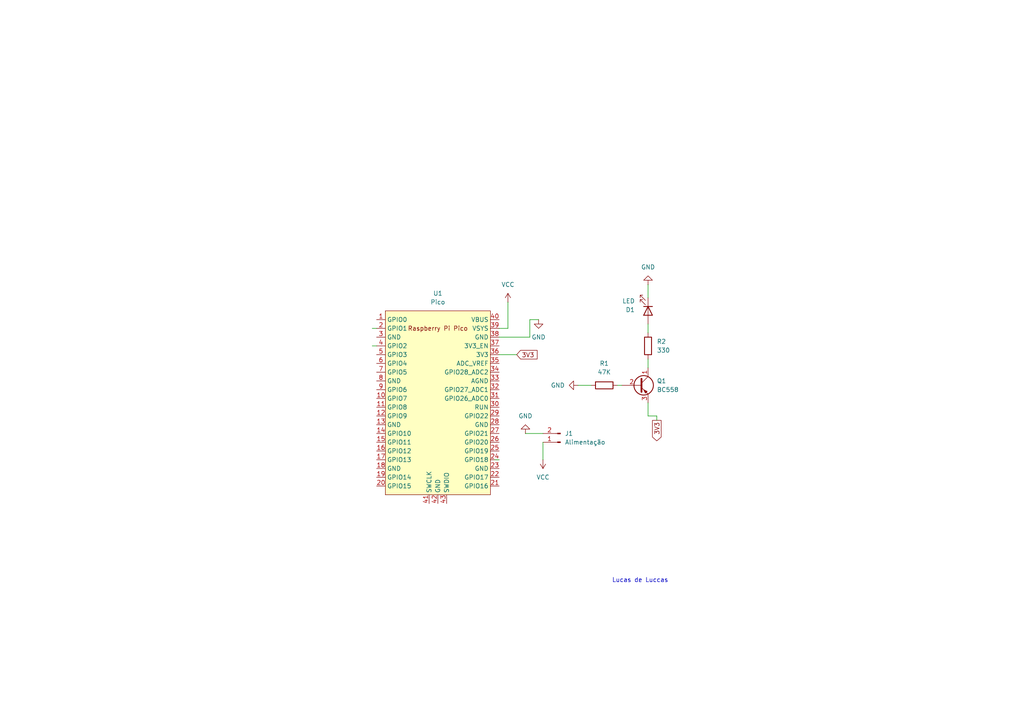
<source format=kicad_sch>
(kicad_sch
	(version 20231120)
	(generator "eeschema")
	(generator_version "8.0")
	(uuid "881b1b23-bab1-4729-a2d3-5368ce37b008")
	(paper "A4")
	(lib_symbols
		(symbol "Connector:Conn_01x02_Pin"
			(pin_names
				(offset 1.016) hide)
			(exclude_from_sim no)
			(in_bom yes)
			(on_board yes)
			(property "Reference" "J"
				(at 0 2.54 0)
				(effects
					(font
						(size 1.27 1.27)
					)
				)
			)
			(property "Value" "Conn_01x02_Pin"
				(at 0 -5.08 0)
				(effects
					(font
						(size 1.27 1.27)
					)
				)
			)
			(property "Footprint" ""
				(at 0 0 0)
				(effects
					(font
						(size 1.27 1.27)
					)
					(hide yes)
				)
			)
			(property "Datasheet" "~"
				(at 0 0 0)
				(effects
					(font
						(size 1.27 1.27)
					)
					(hide yes)
				)
			)
			(property "Description" "Generic connector, single row, 01x02, script generated"
				(at 0 0 0)
				(effects
					(font
						(size 1.27 1.27)
					)
					(hide yes)
				)
			)
			(property "ki_locked" ""
				(at 0 0 0)
				(effects
					(font
						(size 1.27 1.27)
					)
				)
			)
			(property "ki_keywords" "connector"
				(at 0 0 0)
				(effects
					(font
						(size 1.27 1.27)
					)
					(hide yes)
				)
			)
			(property "ki_fp_filters" "Connector*:*_1x??_*"
				(at 0 0 0)
				(effects
					(font
						(size 1.27 1.27)
					)
					(hide yes)
				)
			)
			(symbol "Conn_01x02_Pin_1_1"
				(polyline
					(pts
						(xy 1.27 -2.54) (xy 0.8636 -2.54)
					)
					(stroke
						(width 0.1524)
						(type default)
					)
					(fill
						(type none)
					)
				)
				(polyline
					(pts
						(xy 1.27 0) (xy 0.8636 0)
					)
					(stroke
						(width 0.1524)
						(type default)
					)
					(fill
						(type none)
					)
				)
				(rectangle
					(start 0.8636 -2.413)
					(end 0 -2.667)
					(stroke
						(width 0.1524)
						(type default)
					)
					(fill
						(type outline)
					)
				)
				(rectangle
					(start 0.8636 0.127)
					(end 0 -0.127)
					(stroke
						(width 0.1524)
						(type default)
					)
					(fill
						(type outline)
					)
				)
				(pin passive line
					(at 5.08 0 180)
					(length 3.81)
					(name "Pin_1"
						(effects
							(font
								(size 1.27 1.27)
							)
						)
					)
					(number "1"
						(effects
							(font
								(size 1.27 1.27)
							)
						)
					)
				)
				(pin passive line
					(at 5.08 -2.54 180)
					(length 3.81)
					(name "Pin_2"
						(effects
							(font
								(size 1.27 1.27)
							)
						)
					)
					(number "2"
						(effects
							(font
								(size 1.27 1.27)
							)
						)
					)
				)
			)
		)
		(symbol "Device:LED"
			(pin_numbers hide)
			(pin_names
				(offset 1.016) hide)
			(exclude_from_sim no)
			(in_bom yes)
			(on_board yes)
			(property "Reference" "D"
				(at 0 2.54 0)
				(effects
					(font
						(size 1.27 1.27)
					)
				)
			)
			(property "Value" "LED"
				(at 0 -2.54 0)
				(effects
					(font
						(size 1.27 1.27)
					)
				)
			)
			(property "Footprint" ""
				(at 0 0 0)
				(effects
					(font
						(size 1.27 1.27)
					)
					(hide yes)
				)
			)
			(property "Datasheet" "~"
				(at 0 0 0)
				(effects
					(font
						(size 1.27 1.27)
					)
					(hide yes)
				)
			)
			(property "Description" "Light emitting diode"
				(at 0 0 0)
				(effects
					(font
						(size 1.27 1.27)
					)
					(hide yes)
				)
			)
			(property "ki_keywords" "LED diode"
				(at 0 0 0)
				(effects
					(font
						(size 1.27 1.27)
					)
					(hide yes)
				)
			)
			(property "ki_fp_filters" "LED* LED_SMD:* LED_THT:*"
				(at 0 0 0)
				(effects
					(font
						(size 1.27 1.27)
					)
					(hide yes)
				)
			)
			(symbol "LED_0_1"
				(polyline
					(pts
						(xy -1.27 -1.27) (xy -1.27 1.27)
					)
					(stroke
						(width 0.254)
						(type default)
					)
					(fill
						(type none)
					)
				)
				(polyline
					(pts
						(xy -1.27 0) (xy 1.27 0)
					)
					(stroke
						(width 0)
						(type default)
					)
					(fill
						(type none)
					)
				)
				(polyline
					(pts
						(xy 1.27 -1.27) (xy 1.27 1.27) (xy -1.27 0) (xy 1.27 -1.27)
					)
					(stroke
						(width 0.254)
						(type default)
					)
					(fill
						(type none)
					)
				)
				(polyline
					(pts
						(xy -3.048 -0.762) (xy -4.572 -2.286) (xy -3.81 -2.286) (xy -4.572 -2.286) (xy -4.572 -1.524)
					)
					(stroke
						(width 0)
						(type default)
					)
					(fill
						(type none)
					)
				)
				(polyline
					(pts
						(xy -1.778 -0.762) (xy -3.302 -2.286) (xy -2.54 -2.286) (xy -3.302 -2.286) (xy -3.302 -1.524)
					)
					(stroke
						(width 0)
						(type default)
					)
					(fill
						(type none)
					)
				)
			)
			(symbol "LED_1_1"
				(pin passive line
					(at -3.81 0 0)
					(length 2.54)
					(name "K"
						(effects
							(font
								(size 1.27 1.27)
							)
						)
					)
					(number "1"
						(effects
							(font
								(size 1.27 1.27)
							)
						)
					)
				)
				(pin passive line
					(at 3.81 0 180)
					(length 2.54)
					(name "A"
						(effects
							(font
								(size 1.27 1.27)
							)
						)
					)
					(number "2"
						(effects
							(font
								(size 1.27 1.27)
							)
						)
					)
				)
			)
		)
		(symbol "Device:R"
			(pin_numbers hide)
			(pin_names
				(offset 0)
			)
			(exclude_from_sim no)
			(in_bom yes)
			(on_board yes)
			(property "Reference" "R"
				(at 2.032 0 90)
				(effects
					(font
						(size 1.27 1.27)
					)
				)
			)
			(property "Value" "R"
				(at 0 0 90)
				(effects
					(font
						(size 1.27 1.27)
					)
				)
			)
			(property "Footprint" ""
				(at -1.778 0 90)
				(effects
					(font
						(size 1.27 1.27)
					)
					(hide yes)
				)
			)
			(property "Datasheet" "~"
				(at 0 0 0)
				(effects
					(font
						(size 1.27 1.27)
					)
					(hide yes)
				)
			)
			(property "Description" "Resistor"
				(at 0 0 0)
				(effects
					(font
						(size 1.27 1.27)
					)
					(hide yes)
				)
			)
			(property "ki_keywords" "R res resistor"
				(at 0 0 0)
				(effects
					(font
						(size 1.27 1.27)
					)
					(hide yes)
				)
			)
			(property "ki_fp_filters" "R_*"
				(at 0 0 0)
				(effects
					(font
						(size 1.27 1.27)
					)
					(hide yes)
				)
			)
			(symbol "R_0_1"
				(rectangle
					(start -1.016 -2.54)
					(end 1.016 2.54)
					(stroke
						(width 0.254)
						(type default)
					)
					(fill
						(type none)
					)
				)
			)
			(symbol "R_1_1"
				(pin passive line
					(at 0 3.81 270)
					(length 1.27)
					(name "~"
						(effects
							(font
								(size 1.27 1.27)
							)
						)
					)
					(number "1"
						(effects
							(font
								(size 1.27 1.27)
							)
						)
					)
				)
				(pin passive line
					(at 0 -3.81 90)
					(length 1.27)
					(name "~"
						(effects
							(font
								(size 1.27 1.27)
							)
						)
					)
					(number "2"
						(effects
							(font
								(size 1.27 1.27)
							)
						)
					)
				)
			)
		)
		(symbol "MCU_RaspberryPi_and_Boards:Pico"
			(exclude_from_sim no)
			(in_bom yes)
			(on_board yes)
			(property "Reference" "U"
				(at -13.97 27.94 0)
				(effects
					(font
						(size 1.27 1.27)
					)
				)
			)
			(property "Value" "Pico"
				(at 0 19.05 0)
				(effects
					(font
						(size 1.27 1.27)
					)
				)
			)
			(property "Footprint" "RPi_Pico:RPi_Pico_SMD_TH"
				(at 0 0 90)
				(effects
					(font
						(size 1.27 1.27)
					)
					(hide yes)
				)
			)
			(property "Datasheet" ""
				(at 0 0 0)
				(effects
					(font
						(size 1.27 1.27)
					)
					(hide yes)
				)
			)
			(property "Description" ""
				(at 0 0 0)
				(effects
					(font
						(size 1.27 1.27)
					)
					(hide yes)
				)
			)
			(symbol "Pico_0_0"
				(text "Raspberry Pi Pico"
					(at 0 21.59 0)
					(effects
						(font
							(size 1.27 1.27)
						)
					)
				)
			)
			(symbol "Pico_0_1"
				(rectangle
					(start -15.24 26.67)
					(end 15.24 -26.67)
					(stroke
						(width 0)
						(type default)
					)
					(fill
						(type background)
					)
				)
			)
			(symbol "Pico_1_1"
				(pin bidirectional line
					(at -17.78 24.13 0)
					(length 2.54)
					(name "GPIO0"
						(effects
							(font
								(size 1.27 1.27)
							)
						)
					)
					(number "1"
						(effects
							(font
								(size 1.27 1.27)
							)
						)
					)
				)
				(pin bidirectional line
					(at -17.78 1.27 0)
					(length 2.54)
					(name "GPIO7"
						(effects
							(font
								(size 1.27 1.27)
							)
						)
					)
					(number "10"
						(effects
							(font
								(size 1.27 1.27)
							)
						)
					)
				)
				(pin bidirectional line
					(at -17.78 -1.27 0)
					(length 2.54)
					(name "GPIO8"
						(effects
							(font
								(size 1.27 1.27)
							)
						)
					)
					(number "11"
						(effects
							(font
								(size 1.27 1.27)
							)
						)
					)
				)
				(pin bidirectional line
					(at -17.78 -3.81 0)
					(length 2.54)
					(name "GPIO9"
						(effects
							(font
								(size 1.27 1.27)
							)
						)
					)
					(number "12"
						(effects
							(font
								(size 1.27 1.27)
							)
						)
					)
				)
				(pin power_in line
					(at -17.78 -6.35 0)
					(length 2.54)
					(name "GND"
						(effects
							(font
								(size 1.27 1.27)
							)
						)
					)
					(number "13"
						(effects
							(font
								(size 1.27 1.27)
							)
						)
					)
				)
				(pin bidirectional line
					(at -17.78 -8.89 0)
					(length 2.54)
					(name "GPIO10"
						(effects
							(font
								(size 1.27 1.27)
							)
						)
					)
					(number "14"
						(effects
							(font
								(size 1.27 1.27)
							)
						)
					)
				)
				(pin bidirectional line
					(at -17.78 -11.43 0)
					(length 2.54)
					(name "GPIO11"
						(effects
							(font
								(size 1.27 1.27)
							)
						)
					)
					(number "15"
						(effects
							(font
								(size 1.27 1.27)
							)
						)
					)
				)
				(pin bidirectional line
					(at -17.78 -13.97 0)
					(length 2.54)
					(name "GPIO12"
						(effects
							(font
								(size 1.27 1.27)
							)
						)
					)
					(number "16"
						(effects
							(font
								(size 1.27 1.27)
							)
						)
					)
				)
				(pin bidirectional line
					(at -17.78 -16.51 0)
					(length 2.54)
					(name "GPIO13"
						(effects
							(font
								(size 1.27 1.27)
							)
						)
					)
					(number "17"
						(effects
							(font
								(size 1.27 1.27)
							)
						)
					)
				)
				(pin power_in line
					(at -17.78 -19.05 0)
					(length 2.54)
					(name "GND"
						(effects
							(font
								(size 1.27 1.27)
							)
						)
					)
					(number "18"
						(effects
							(font
								(size 1.27 1.27)
							)
						)
					)
				)
				(pin bidirectional line
					(at -17.78 -21.59 0)
					(length 2.54)
					(name "GPIO14"
						(effects
							(font
								(size 1.27 1.27)
							)
						)
					)
					(number "19"
						(effects
							(font
								(size 1.27 1.27)
							)
						)
					)
				)
				(pin bidirectional line
					(at -17.78 21.59 0)
					(length 2.54)
					(name "GPIO1"
						(effects
							(font
								(size 1.27 1.27)
							)
						)
					)
					(number "2"
						(effects
							(font
								(size 1.27 1.27)
							)
						)
					)
				)
				(pin bidirectional line
					(at -17.78 -24.13 0)
					(length 2.54)
					(name "GPIO15"
						(effects
							(font
								(size 1.27 1.27)
							)
						)
					)
					(number "20"
						(effects
							(font
								(size 1.27 1.27)
							)
						)
					)
				)
				(pin bidirectional line
					(at 17.78 -24.13 180)
					(length 2.54)
					(name "GPIO16"
						(effects
							(font
								(size 1.27 1.27)
							)
						)
					)
					(number "21"
						(effects
							(font
								(size 1.27 1.27)
							)
						)
					)
				)
				(pin bidirectional line
					(at 17.78 -21.59 180)
					(length 2.54)
					(name "GPIO17"
						(effects
							(font
								(size 1.27 1.27)
							)
						)
					)
					(number "22"
						(effects
							(font
								(size 1.27 1.27)
							)
						)
					)
				)
				(pin power_in line
					(at 17.78 -19.05 180)
					(length 2.54)
					(name "GND"
						(effects
							(font
								(size 1.27 1.27)
							)
						)
					)
					(number "23"
						(effects
							(font
								(size 1.27 1.27)
							)
						)
					)
				)
				(pin bidirectional line
					(at 17.78 -16.51 180)
					(length 2.54)
					(name "GPIO18"
						(effects
							(font
								(size 1.27 1.27)
							)
						)
					)
					(number "24"
						(effects
							(font
								(size 1.27 1.27)
							)
						)
					)
				)
				(pin bidirectional line
					(at 17.78 -13.97 180)
					(length 2.54)
					(name "GPIO19"
						(effects
							(font
								(size 1.27 1.27)
							)
						)
					)
					(number "25"
						(effects
							(font
								(size 1.27 1.27)
							)
						)
					)
				)
				(pin bidirectional line
					(at 17.78 -11.43 180)
					(length 2.54)
					(name "GPIO20"
						(effects
							(font
								(size 1.27 1.27)
							)
						)
					)
					(number "26"
						(effects
							(font
								(size 1.27 1.27)
							)
						)
					)
				)
				(pin bidirectional line
					(at 17.78 -8.89 180)
					(length 2.54)
					(name "GPIO21"
						(effects
							(font
								(size 1.27 1.27)
							)
						)
					)
					(number "27"
						(effects
							(font
								(size 1.27 1.27)
							)
						)
					)
				)
				(pin power_in line
					(at 17.78 -6.35 180)
					(length 2.54)
					(name "GND"
						(effects
							(font
								(size 1.27 1.27)
							)
						)
					)
					(number "28"
						(effects
							(font
								(size 1.27 1.27)
							)
						)
					)
				)
				(pin bidirectional line
					(at 17.78 -3.81 180)
					(length 2.54)
					(name "GPIO22"
						(effects
							(font
								(size 1.27 1.27)
							)
						)
					)
					(number "29"
						(effects
							(font
								(size 1.27 1.27)
							)
						)
					)
				)
				(pin power_in line
					(at -17.78 19.05 0)
					(length 2.54)
					(name "GND"
						(effects
							(font
								(size 1.27 1.27)
							)
						)
					)
					(number "3"
						(effects
							(font
								(size 1.27 1.27)
							)
						)
					)
				)
				(pin input line
					(at 17.78 -1.27 180)
					(length 2.54)
					(name "RUN"
						(effects
							(font
								(size 1.27 1.27)
							)
						)
					)
					(number "30"
						(effects
							(font
								(size 1.27 1.27)
							)
						)
					)
				)
				(pin bidirectional line
					(at 17.78 1.27 180)
					(length 2.54)
					(name "GPIO26_ADC0"
						(effects
							(font
								(size 1.27 1.27)
							)
						)
					)
					(number "31"
						(effects
							(font
								(size 1.27 1.27)
							)
						)
					)
				)
				(pin bidirectional line
					(at 17.78 3.81 180)
					(length 2.54)
					(name "GPIO27_ADC1"
						(effects
							(font
								(size 1.27 1.27)
							)
						)
					)
					(number "32"
						(effects
							(font
								(size 1.27 1.27)
							)
						)
					)
				)
				(pin power_in line
					(at 17.78 6.35 180)
					(length 2.54)
					(name "AGND"
						(effects
							(font
								(size 1.27 1.27)
							)
						)
					)
					(number "33"
						(effects
							(font
								(size 1.27 1.27)
							)
						)
					)
				)
				(pin bidirectional line
					(at 17.78 8.89 180)
					(length 2.54)
					(name "GPIO28_ADC2"
						(effects
							(font
								(size 1.27 1.27)
							)
						)
					)
					(number "34"
						(effects
							(font
								(size 1.27 1.27)
							)
						)
					)
				)
				(pin power_in line
					(at 17.78 11.43 180)
					(length 2.54)
					(name "ADC_VREF"
						(effects
							(font
								(size 1.27 1.27)
							)
						)
					)
					(number "35"
						(effects
							(font
								(size 1.27 1.27)
							)
						)
					)
				)
				(pin power_in line
					(at 17.78 13.97 180)
					(length 2.54)
					(name "3V3"
						(effects
							(font
								(size 1.27 1.27)
							)
						)
					)
					(number "36"
						(effects
							(font
								(size 1.27 1.27)
							)
						)
					)
				)
				(pin input line
					(at 17.78 16.51 180)
					(length 2.54)
					(name "3V3_EN"
						(effects
							(font
								(size 1.27 1.27)
							)
						)
					)
					(number "37"
						(effects
							(font
								(size 1.27 1.27)
							)
						)
					)
				)
				(pin bidirectional line
					(at 17.78 19.05 180)
					(length 2.54)
					(name "GND"
						(effects
							(font
								(size 1.27 1.27)
							)
						)
					)
					(number "38"
						(effects
							(font
								(size 1.27 1.27)
							)
						)
					)
				)
				(pin power_in line
					(at 17.78 21.59 180)
					(length 2.54)
					(name "VSYS"
						(effects
							(font
								(size 1.27 1.27)
							)
						)
					)
					(number "39"
						(effects
							(font
								(size 1.27 1.27)
							)
						)
					)
				)
				(pin bidirectional line
					(at -17.78 16.51 0)
					(length 2.54)
					(name "GPIO2"
						(effects
							(font
								(size 1.27 1.27)
							)
						)
					)
					(number "4"
						(effects
							(font
								(size 1.27 1.27)
							)
						)
					)
				)
				(pin power_in line
					(at 17.78 24.13 180)
					(length 2.54)
					(name "VBUS"
						(effects
							(font
								(size 1.27 1.27)
							)
						)
					)
					(number "40"
						(effects
							(font
								(size 1.27 1.27)
							)
						)
					)
				)
				(pin input line
					(at -2.54 -29.21 90)
					(length 2.54)
					(name "SWCLK"
						(effects
							(font
								(size 1.27 1.27)
							)
						)
					)
					(number "41"
						(effects
							(font
								(size 1.27 1.27)
							)
						)
					)
				)
				(pin power_in line
					(at 0 -29.21 90)
					(length 2.54)
					(name "GND"
						(effects
							(font
								(size 1.27 1.27)
							)
						)
					)
					(number "42"
						(effects
							(font
								(size 1.27 1.27)
							)
						)
					)
				)
				(pin bidirectional line
					(at 2.54 -29.21 90)
					(length 2.54)
					(name "SWDIO"
						(effects
							(font
								(size 1.27 1.27)
							)
						)
					)
					(number "43"
						(effects
							(font
								(size 1.27 1.27)
							)
						)
					)
				)
				(pin bidirectional line
					(at -17.78 13.97 0)
					(length 2.54)
					(name "GPIO3"
						(effects
							(font
								(size 1.27 1.27)
							)
						)
					)
					(number "5"
						(effects
							(font
								(size 1.27 1.27)
							)
						)
					)
				)
				(pin bidirectional line
					(at -17.78 11.43 0)
					(length 2.54)
					(name "GPIO4"
						(effects
							(font
								(size 1.27 1.27)
							)
						)
					)
					(number "6"
						(effects
							(font
								(size 1.27 1.27)
							)
						)
					)
				)
				(pin bidirectional line
					(at -17.78 8.89 0)
					(length 2.54)
					(name "GPIO5"
						(effects
							(font
								(size 1.27 1.27)
							)
						)
					)
					(number "7"
						(effects
							(font
								(size 1.27 1.27)
							)
						)
					)
				)
				(pin power_in line
					(at -17.78 6.35 0)
					(length 2.54)
					(name "GND"
						(effects
							(font
								(size 1.27 1.27)
							)
						)
					)
					(number "8"
						(effects
							(font
								(size 1.27 1.27)
							)
						)
					)
				)
				(pin bidirectional line
					(at -17.78 3.81 0)
					(length 2.54)
					(name "GPIO6"
						(effects
							(font
								(size 1.27 1.27)
							)
						)
					)
					(number "9"
						(effects
							(font
								(size 1.27 1.27)
							)
						)
					)
				)
			)
		)
		(symbol "Transistor_BJT:BC558"
			(pin_names
				(offset 0) hide)
			(exclude_from_sim no)
			(in_bom yes)
			(on_board yes)
			(property "Reference" "Q"
				(at 5.08 1.905 0)
				(effects
					(font
						(size 1.27 1.27)
					)
					(justify left)
				)
			)
			(property "Value" "BC558"
				(at 5.08 0 0)
				(effects
					(font
						(size 1.27 1.27)
					)
					(justify left)
				)
			)
			(property "Footprint" "Package_TO_SOT_THT:TO-92_Inline"
				(at 5.08 -1.905 0)
				(effects
					(font
						(size 1.27 1.27)
						(italic yes)
					)
					(justify left)
					(hide yes)
				)
			)
			(property "Datasheet" "https://www.onsemi.com/pub/Collateral/BC556BTA-D.pdf"
				(at 0 0 0)
				(effects
					(font
						(size 1.27 1.27)
					)
					(justify left)
					(hide yes)
				)
			)
			(property "Description" "0.1A Ic, 30V Vce, PNP Small Signal Transistor, TO-92"
				(at 0 0 0)
				(effects
					(font
						(size 1.27 1.27)
					)
					(hide yes)
				)
			)
			(property "ki_keywords" "PNP Transistor"
				(at 0 0 0)
				(effects
					(font
						(size 1.27 1.27)
					)
					(hide yes)
				)
			)
			(property "ki_fp_filters" "TO?92*"
				(at 0 0 0)
				(effects
					(font
						(size 1.27 1.27)
					)
					(hide yes)
				)
			)
			(symbol "BC558_0_1"
				(polyline
					(pts
						(xy 0.635 0.635) (xy 2.54 2.54)
					)
					(stroke
						(width 0)
						(type default)
					)
					(fill
						(type none)
					)
				)
				(polyline
					(pts
						(xy 0.635 -0.635) (xy 2.54 -2.54) (xy 2.54 -2.54)
					)
					(stroke
						(width 0)
						(type default)
					)
					(fill
						(type none)
					)
				)
				(polyline
					(pts
						(xy 0.635 1.905) (xy 0.635 -1.905) (xy 0.635 -1.905)
					)
					(stroke
						(width 0.508)
						(type default)
					)
					(fill
						(type none)
					)
				)
				(polyline
					(pts
						(xy 2.286 -1.778) (xy 1.778 -2.286) (xy 1.27 -1.27) (xy 2.286 -1.778) (xy 2.286 -1.778)
					)
					(stroke
						(width 0)
						(type default)
					)
					(fill
						(type outline)
					)
				)
				(circle
					(center 1.27 0)
					(radius 2.8194)
					(stroke
						(width 0.254)
						(type default)
					)
					(fill
						(type none)
					)
				)
			)
			(symbol "BC558_1_1"
				(pin passive line
					(at 2.54 5.08 270)
					(length 2.54)
					(name "C"
						(effects
							(font
								(size 1.27 1.27)
							)
						)
					)
					(number "1"
						(effects
							(font
								(size 1.27 1.27)
							)
						)
					)
				)
				(pin input line
					(at -5.08 0 0)
					(length 5.715)
					(name "B"
						(effects
							(font
								(size 1.27 1.27)
							)
						)
					)
					(number "2"
						(effects
							(font
								(size 1.27 1.27)
							)
						)
					)
				)
				(pin passive line
					(at 2.54 -5.08 90)
					(length 2.54)
					(name "E"
						(effects
							(font
								(size 1.27 1.27)
							)
						)
					)
					(number "3"
						(effects
							(font
								(size 1.27 1.27)
							)
						)
					)
				)
			)
		)
		(symbol "power:GND"
			(power)
			(pin_numbers hide)
			(pin_names
				(offset 0) hide)
			(exclude_from_sim no)
			(in_bom yes)
			(on_board yes)
			(property "Reference" "#PWR"
				(at 0 -6.35 0)
				(effects
					(font
						(size 1.27 1.27)
					)
					(hide yes)
				)
			)
			(property "Value" "GND"
				(at 0 -3.81 0)
				(effects
					(font
						(size 1.27 1.27)
					)
				)
			)
			(property "Footprint" ""
				(at 0 0 0)
				(effects
					(font
						(size 1.27 1.27)
					)
					(hide yes)
				)
			)
			(property "Datasheet" ""
				(at 0 0 0)
				(effects
					(font
						(size 1.27 1.27)
					)
					(hide yes)
				)
			)
			(property "Description" "Power symbol creates a global label with name \"GND\" , ground"
				(at 0 0 0)
				(effects
					(font
						(size 1.27 1.27)
					)
					(hide yes)
				)
			)
			(property "ki_keywords" "global power"
				(at 0 0 0)
				(effects
					(font
						(size 1.27 1.27)
					)
					(hide yes)
				)
			)
			(symbol "GND_0_1"
				(polyline
					(pts
						(xy 0 0) (xy 0 -1.27) (xy 1.27 -1.27) (xy 0 -2.54) (xy -1.27 -1.27) (xy 0 -1.27)
					)
					(stroke
						(width 0)
						(type default)
					)
					(fill
						(type none)
					)
				)
			)
			(symbol "GND_1_1"
				(pin power_in line
					(at 0 0 270)
					(length 0)
					(name "~"
						(effects
							(font
								(size 1.27 1.27)
							)
						)
					)
					(number "1"
						(effects
							(font
								(size 1.27 1.27)
							)
						)
					)
				)
			)
		)
		(symbol "power:VCC"
			(power)
			(pin_numbers hide)
			(pin_names
				(offset 0) hide)
			(exclude_from_sim no)
			(in_bom yes)
			(on_board yes)
			(property "Reference" "#PWR"
				(at 0 -3.81 0)
				(effects
					(font
						(size 1.27 1.27)
					)
					(hide yes)
				)
			)
			(property "Value" "VCC"
				(at 0 3.556 0)
				(effects
					(font
						(size 1.27 1.27)
					)
				)
			)
			(property "Footprint" ""
				(at 0 0 0)
				(effects
					(font
						(size 1.27 1.27)
					)
					(hide yes)
				)
			)
			(property "Datasheet" ""
				(at 0 0 0)
				(effects
					(font
						(size 1.27 1.27)
					)
					(hide yes)
				)
			)
			(property "Description" "Power symbol creates a global label with name \"VCC\""
				(at 0 0 0)
				(effects
					(font
						(size 1.27 1.27)
					)
					(hide yes)
				)
			)
			(property "ki_keywords" "global power"
				(at 0 0 0)
				(effects
					(font
						(size 1.27 1.27)
					)
					(hide yes)
				)
			)
			(symbol "VCC_0_1"
				(polyline
					(pts
						(xy -0.762 1.27) (xy 0 2.54)
					)
					(stroke
						(width 0)
						(type default)
					)
					(fill
						(type none)
					)
				)
				(polyline
					(pts
						(xy 0 0) (xy 0 2.54)
					)
					(stroke
						(width 0)
						(type default)
					)
					(fill
						(type none)
					)
				)
				(polyline
					(pts
						(xy 0 2.54) (xy 0.762 1.27)
					)
					(stroke
						(width 0)
						(type default)
					)
					(fill
						(type none)
					)
				)
			)
			(symbol "VCC_1_1"
				(pin power_in line
					(at 0 0 90)
					(length 0)
					(name "~"
						(effects
							(font
								(size 1.27 1.27)
							)
						)
					)
					(number "1"
						(effects
							(font
								(size 1.27 1.27)
							)
						)
					)
				)
			)
		)
	)
	(wire
		(pts
			(xy 190.5 120.65) (xy 187.96 120.65)
		)
		(stroke
			(width 0)
			(type default)
		)
		(uuid "067ad236-4227-41d4-8d53-350ced8897b1")
	)
	(wire
		(pts
			(xy 107.95 95.25) (xy 109.22 95.25)
		)
		(stroke
			(width 0)
			(type default)
		)
		(uuid "130faddf-7a4b-4754-be68-adb6c29264ac")
	)
	(wire
		(pts
			(xy 144.78 133.35) (xy 143.51 133.35)
		)
		(stroke
			(width 0)
			(type default)
		)
		(uuid "2f480fba-93f8-47f7-a23b-66359344333b")
	)
	(wire
		(pts
			(xy 153.67 97.79) (xy 144.78 97.79)
		)
		(stroke
			(width 0)
			(type default)
		)
		(uuid "37fbd850-62bd-474c-bc03-1e33b95eb5f6")
	)
	(wire
		(pts
			(xy 167.64 111.76) (xy 171.45 111.76)
		)
		(stroke
			(width 0)
			(type default)
		)
		(uuid "482091f2-e41e-4a44-9ff2-20e1df2c39b5")
	)
	(wire
		(pts
			(xy 187.96 82.55) (xy 187.96 86.36)
		)
		(stroke
			(width 0)
			(type default)
		)
		(uuid "54b94833-d877-422a-af13-21af5440ea8d")
	)
	(wire
		(pts
			(xy 107.95 100.33) (xy 109.22 100.33)
		)
		(stroke
			(width 0)
			(type default)
		)
		(uuid "7070ac68-3835-4440-a468-89a2294e7fff")
	)
	(wire
		(pts
			(xy 147.32 95.25) (xy 147.32 87.63)
		)
		(stroke
			(width 0)
			(type default)
		)
		(uuid "7ee846e4-ca6d-4451-9997-0495fc2cfa59")
	)
	(wire
		(pts
			(xy 152.4 125.73) (xy 157.48 125.73)
		)
		(stroke
			(width 0)
			(type default)
		)
		(uuid "7fa4bb0e-367d-4330-9f55-201dd2eaf6f7")
	)
	(wire
		(pts
			(xy 153.67 92.71) (xy 156.21 92.71)
		)
		(stroke
			(width 0)
			(type default)
		)
		(uuid "8eb189bd-5b35-45b1-a42a-40331202885a")
	)
	(wire
		(pts
			(xy 187.96 104.14) (xy 187.96 106.68)
		)
		(stroke
			(width 0)
			(type default)
		)
		(uuid "a1fdf07d-a425-4cca-8f08-ea8c41213a16")
	)
	(wire
		(pts
			(xy 190.5 121.92) (xy 190.5 120.65)
		)
		(stroke
			(width 0)
			(type default)
		)
		(uuid "ba9ac3e5-e456-4f70-a957-2bb89d1c4dea")
	)
	(wire
		(pts
			(xy 144.78 102.87) (xy 149.86 102.87)
		)
		(stroke
			(width 0)
			(type default)
		)
		(uuid "be6100e2-645f-4da7-a05f-c4f7bd3cc4c3")
	)
	(wire
		(pts
			(xy 153.67 92.71) (xy 153.67 97.79)
		)
		(stroke
			(width 0)
			(type default)
		)
		(uuid "c62f57b8-0616-41a9-bef7-c26942cf54c0")
	)
	(wire
		(pts
			(xy 187.96 120.65) (xy 187.96 116.84)
		)
		(stroke
			(width 0)
			(type default)
		)
		(uuid "cab19afe-90fd-4b2f-85ff-31851313c78e")
	)
	(wire
		(pts
			(xy 157.48 128.27) (xy 157.48 133.35)
		)
		(stroke
			(width 0)
			(type default)
		)
		(uuid "d1ff80b0-37f4-461c-baa0-24d50eb64bbc")
	)
	(wire
		(pts
			(xy 187.96 93.98) (xy 187.96 96.52)
		)
		(stroke
			(width 0)
			(type default)
		)
		(uuid "d2d959f3-2dbb-455f-8588-629c25afefc7")
	)
	(wire
		(pts
			(xy 179.07 111.76) (xy 180.34 111.76)
		)
		(stroke
			(width 0)
			(type default)
		)
		(uuid "f0eefa72-e3ff-4350-a9ea-52a7ec192dd9")
	)
	(wire
		(pts
			(xy 144.78 95.25) (xy 147.32 95.25)
		)
		(stroke
			(width 0)
			(type default)
		)
		(uuid "f6ca08ca-d302-4476-9463-a1a09bae5c58")
	)
	(text "Lucas de Luccas"
		(exclude_from_sim no)
		(at 185.674 168.402 0)
		(effects
			(font
				(size 1.27 1.27)
			)
		)
		(uuid "ddaea124-8891-44c1-83a0-89f4061e8809")
	)
	(global_label "3V3"
		(shape input)
		(at 149.86 102.87 0)
		(fields_autoplaced yes)
		(effects
			(font
				(size 1.27 1.27)
			)
			(justify left)
		)
		(uuid "86a042f3-4a2b-4a70-904b-3daab021667d")
		(property "Intersheetrefs" "${INTERSHEET_REFS}"
			(at 156.3528 102.87 0)
			(effects
				(font
					(size 1.27 1.27)
				)
				(justify left)
				(hide yes)
			)
		)
	)
	(global_label "3V3"
		(shape output)
		(at 190.5 121.92 270)
		(fields_autoplaced yes)
		(effects
			(font
				(size 1.27 1.27)
			)
			(justify right)
		)
		(uuid "ccd9a649-fa9d-4fcf-940e-e19d1eb89d93")
		(property "Intersheetrefs" "${INTERSHEET_REFS}"
			(at 190.5 128.4128 90)
			(effects
				(font
					(size 1.27 1.27)
				)
				(justify right)
				(hide yes)
			)
		)
	)
	(symbol
		(lib_id "power:VCC")
		(at 157.48 133.35 180)
		(unit 1)
		(exclude_from_sim no)
		(in_bom yes)
		(on_board yes)
		(dnp no)
		(fields_autoplaced yes)
		(uuid "07d0eb05-8b64-4eed-8925-504f7d2080c9")
		(property "Reference" "#PWR05"
			(at 157.48 129.54 0)
			(effects
				(font
					(size 1.27 1.27)
				)
				(hide yes)
			)
		)
		(property "Value" "VCC"
			(at 157.48 138.43 0)
			(effects
				(font
					(size 1.27 1.27)
				)
			)
		)
		(property "Footprint" ""
			(at 157.48 133.35 0)
			(effects
				(font
					(size 1.27 1.27)
				)
				(hide yes)
			)
		)
		(property "Datasheet" ""
			(at 157.48 133.35 0)
			(effects
				(font
					(size 1.27 1.27)
				)
				(hide yes)
			)
		)
		(property "Description" "Power symbol creates a global label with name \"VCC\""
			(at 157.48 133.35 0)
			(effects
				(font
					(size 1.27 1.27)
				)
				(hide yes)
			)
		)
		(pin "1"
			(uuid "4a8caa2d-f0f0-410b-bcb3-fa7c243e7630")
		)
		(instances
			(project "AtvPonderadaSem6"
				(path "/881b1b23-bab1-4729-a2d3-5368ce37b008"
					(reference "#PWR05")
					(unit 1)
				)
			)
		)
	)
	(symbol
		(lib_id "MCU_RaspberryPi_and_Boards:Pico")
		(at 127 116.84 0)
		(unit 1)
		(exclude_from_sim no)
		(in_bom yes)
		(on_board yes)
		(dnp no)
		(fields_autoplaced yes)
		(uuid "2b6448d0-df48-4e97-84a3-ea94e9b8ba2f")
		(property "Reference" "U1"
			(at 127 85.09 0)
			(effects
				(font
					(size 1.27 1.27)
				)
			)
		)
		(property "Value" "Pico"
			(at 127 87.63 0)
			(effects
				(font
					(size 1.27 1.27)
				)
			)
		)
		(property "Footprint" "MCU_RaspberryPi_and_Boards:RPi_Pico_SMD_TH"
			(at 127 116.84 90)
			(effects
				(font
					(size 1.27 1.27)
				)
				(hide yes)
			)
		)
		(property "Datasheet" ""
			(at 127 116.84 0)
			(effects
				(font
					(size 1.27 1.27)
				)
				(hide yes)
			)
		)
		(property "Description" ""
			(at 127 116.84 0)
			(effects
				(font
					(size 1.27 1.27)
				)
				(hide yes)
			)
		)
		(pin "38"
			(uuid "a3fcf88b-8997-4a7b-9005-8f86b1d816db")
		)
		(pin "32"
			(uuid "5584cfb3-d140-4ccf-894b-4a21cd90f62c")
		)
		(pin "43"
			(uuid "d8422426-1d37-482e-b226-967c614e2c62")
		)
		(pin "11"
			(uuid "fa6e2141-9696-4b5f-a0a4-576c7f0fe665")
		)
		(pin "34"
			(uuid "1d6e27ce-dfc4-481d-8944-7f6ecd94799e")
		)
		(pin "2"
			(uuid "29348a2a-27b0-4d23-8856-a5e4df2c13fc")
		)
		(pin "36"
			(uuid "8639ab68-db4e-4ff8-9fd6-fd40a1deeda6")
		)
		(pin "16"
			(uuid "5b60614d-863b-4bdd-a93a-6f01b87281bc")
		)
		(pin "35"
			(uuid "60c5bf1f-62af-48a6-a231-2f948fae57fc")
		)
		(pin "40"
			(uuid "de6ebacb-e433-43d0-8b2e-db01e041cb6b")
		)
		(pin "9"
			(uuid "f882cb6b-33c2-4434-8e33-4c59ebb660b5")
		)
		(pin "8"
			(uuid "e75945b1-9537-47d7-9c3c-c7f42b0af9e5")
		)
		(pin "39"
			(uuid "b42a0aef-9b68-4602-84f2-8acad6ea085a")
		)
		(pin "15"
			(uuid "ba495b5b-8b09-47ce-99e3-84c7877dbdcd")
		)
		(pin "37"
			(uuid "eb6fa800-d138-4e58-b2f8-e7c418de5e50")
		)
		(pin "13"
			(uuid "0e775080-30d0-407b-81ea-3b61d901f4d5")
		)
		(pin "22"
			(uuid "2b4317bd-ae34-46e6-943c-505c200b668b")
		)
		(pin "31"
			(uuid "84e057d5-5b27-414c-acab-fc377ff382c4")
		)
		(pin "12"
			(uuid "5f7b7ed5-6c47-448f-8d02-57e4302f9d08")
		)
		(pin "26"
			(uuid "c032039d-b59d-406b-bc5b-b8e5bb8c4e83")
		)
		(pin "18"
			(uuid "5a51b59f-1ad8-4cd0-a729-bfccd11f2ef2")
		)
		(pin "30"
			(uuid "8a802576-4e5f-429b-82bb-d693a6a5e954")
		)
		(pin "33"
			(uuid "cbe06026-a3d7-4c78-abbb-7fa804fcd3a7")
		)
		(pin "19"
			(uuid "ab2d5607-4a9b-4181-a9b1-3d60d63bd3ea")
		)
		(pin "4"
			(uuid "66e8fe80-a794-428f-9923-9c505a60aefd")
		)
		(pin "42"
			(uuid "6cf0ae58-b591-46b6-b057-a01d3f7dd7be")
		)
		(pin "6"
			(uuid "14cd033b-579d-4e65-b5b8-7986c9afc326")
		)
		(pin "29"
			(uuid "0ae7dcce-d758-4767-8010-8ca5021f8e9f")
		)
		(pin "20"
			(uuid "465c0d7c-e706-4223-aa92-7318ea817a4d")
		)
		(pin "7"
			(uuid "5b9c2af5-c3fc-48da-9b09-f7017d052d10")
		)
		(pin "21"
			(uuid "f82117d3-413e-41f8-bbef-a66e7bce64fc")
		)
		(pin "41"
			(uuid "a1ab13f1-1418-4dc8-a244-1bcaeeda8f7d")
		)
		(pin "14"
			(uuid "9f9c41ce-22a5-4cd1-bf7e-625f7d7a1cfa")
		)
		(pin "23"
			(uuid "cfafd1ee-a59e-42fc-9195-7ad4930324fe")
		)
		(pin "3"
			(uuid "ab2e2c81-8fe2-4458-96e9-0ed668727094")
		)
		(pin "17"
			(uuid "4994de16-05c2-47c3-9aa4-b30a8a083239")
		)
		(pin "10"
			(uuid "900687a9-5ba4-44bd-811b-734b540f96ce")
		)
		(pin "24"
			(uuid "d7f4ea5e-5902-4edd-81b2-918bf038abf4")
		)
		(pin "5"
			(uuid "668f3602-578b-408d-9fca-b0760964461a")
		)
		(pin "25"
			(uuid "23d3c059-16e1-4749-af16-6c148dc0a532")
		)
		(pin "27"
			(uuid "9b2fbd2b-728b-457c-bff1-a058cf30ff7d")
		)
		(pin "1"
			(uuid "92829669-1799-42ce-9a72-23091f52adcf")
		)
		(pin "28"
			(uuid "65fa07e3-8d58-41e6-8406-9f82698fc369")
		)
		(instances
			(project "AtvPonderadaSem6"
				(path "/881b1b23-bab1-4729-a2d3-5368ce37b008"
					(reference "U1")
					(unit 1)
				)
			)
		)
	)
	(symbol
		(lib_id "power:GND")
		(at 156.21 92.71 0)
		(unit 1)
		(exclude_from_sim no)
		(in_bom yes)
		(on_board yes)
		(dnp no)
		(fields_autoplaced yes)
		(uuid "3eec0fbe-489c-45c0-986a-b58a9520df72")
		(property "Reference" "#PWR02"
			(at 156.21 99.06 0)
			(effects
				(font
					(size 1.27 1.27)
				)
				(hide yes)
			)
		)
		(property "Value" "GND"
			(at 156.21 97.79 0)
			(effects
				(font
					(size 1.27 1.27)
				)
			)
		)
		(property "Footprint" ""
			(at 156.21 92.71 0)
			(effects
				(font
					(size 1.27 1.27)
				)
				(hide yes)
			)
		)
		(property "Datasheet" ""
			(at 156.21 92.71 0)
			(effects
				(font
					(size 1.27 1.27)
				)
				(hide yes)
			)
		)
		(property "Description" "Power symbol creates a global label with name \"GND\" , ground"
			(at 156.21 92.71 0)
			(effects
				(font
					(size 1.27 1.27)
				)
				(hide yes)
			)
		)
		(pin "1"
			(uuid "c3b2df17-8758-415d-b5c2-04f983d6356a")
		)
		(instances
			(project "AtvPonderadaSem6"
				(path "/881b1b23-bab1-4729-a2d3-5368ce37b008"
					(reference "#PWR02")
					(unit 1)
				)
			)
		)
	)
	(symbol
		(lib_id "Connector:Conn_01x02_Pin")
		(at 162.56 128.27 180)
		(unit 1)
		(exclude_from_sim no)
		(in_bom yes)
		(on_board yes)
		(dnp no)
		(fields_autoplaced yes)
		(uuid "504edd9c-18e4-4701-9807-a643ee899dd0")
		(property "Reference" "J1"
			(at 163.83 125.7299 0)
			(effects
				(font
					(size 1.27 1.27)
				)
				(justify right)
			)
		)
		(property "Value" "Alimentação"
			(at 163.83 128.2699 0)
			(effects
				(font
					(size 1.27 1.27)
				)
				(justify right)
			)
		)
		(property "Footprint" "Connector_Hirose:Hirose_DF13-02P-1.25DSA_1x02_P1.25mm_Vertical"
			(at 162.56 128.27 0)
			(effects
				(font
					(size 1.27 1.27)
				)
				(hide yes)
			)
		)
		(property "Datasheet" "~"
			(at 162.56 128.27 0)
			(effects
				(font
					(size 1.27 1.27)
				)
				(hide yes)
			)
		)
		(property "Description" "Generic connector, single row, 01x02, script generated"
			(at 162.56 128.27 0)
			(effects
				(font
					(size 1.27 1.27)
				)
				(hide yes)
			)
		)
		(pin "1"
			(uuid "c2e440eb-2c20-427a-a49f-537cd506501f")
		)
		(pin "2"
			(uuid "d926c390-3aa6-40f4-b506-aae9dcd489ae")
		)
		(instances
			(project "AtvPonderadaSem6"
				(path "/881b1b23-bab1-4729-a2d3-5368ce37b008"
					(reference "J1")
					(unit 1)
				)
			)
		)
	)
	(symbol
		(lib_id "power:GND")
		(at 152.4 125.73 180)
		(unit 1)
		(exclude_from_sim no)
		(in_bom yes)
		(on_board yes)
		(dnp no)
		(fields_autoplaced yes)
		(uuid "833d5348-abd6-4739-9471-8797dbad25a0")
		(property "Reference" "#PWR04"
			(at 152.4 119.38 0)
			(effects
				(font
					(size 1.27 1.27)
				)
				(hide yes)
			)
		)
		(property "Value" "GND"
			(at 152.4 120.65 0)
			(effects
				(font
					(size 1.27 1.27)
				)
			)
		)
		(property "Footprint" ""
			(at 152.4 125.73 0)
			(effects
				(font
					(size 1.27 1.27)
				)
				(hide yes)
			)
		)
		(property "Datasheet" ""
			(at 152.4 125.73 0)
			(effects
				(font
					(size 1.27 1.27)
				)
				(hide yes)
			)
		)
		(property "Description" "Power symbol creates a global label with name \"GND\" , ground"
			(at 152.4 125.73 0)
			(effects
				(font
					(size 1.27 1.27)
				)
				(hide yes)
			)
		)
		(pin "1"
			(uuid "99b74684-91ff-4ce5-84fd-75581f4c4af9")
		)
		(instances
			(project "AtvPonderadaSem6"
				(path "/881b1b23-bab1-4729-a2d3-5368ce37b008"
					(reference "#PWR04")
					(unit 1)
				)
			)
		)
	)
	(symbol
		(lib_id "Device:R")
		(at 187.96 100.33 0)
		(unit 1)
		(exclude_from_sim no)
		(in_bom yes)
		(on_board yes)
		(dnp no)
		(fields_autoplaced yes)
		(uuid "952780dd-745a-4f35-b4b4-56e6181e257d")
		(property "Reference" "R2"
			(at 190.5 99.0599 0)
			(effects
				(font
					(size 1.27 1.27)
				)
				(justify left)
			)
		)
		(property "Value" "330"
			(at 190.5 101.5999 0)
			(effects
				(font
					(size 1.27 1.27)
				)
				(justify left)
			)
		)
		(property "Footprint" "Resistor_SMD:R_1206_3216Metric_Pad1.30x1.75mm_HandSolder"
			(at 186.182 100.33 90)
			(effects
				(font
					(size 1.27 1.27)
				)
				(hide yes)
			)
		)
		(property "Datasheet" "~"
			(at 187.96 100.33 0)
			(effects
				(font
					(size 1.27 1.27)
				)
				(hide yes)
			)
		)
		(property "Description" "Resistor"
			(at 187.96 100.33 0)
			(effects
				(font
					(size 1.27 1.27)
				)
				(hide yes)
			)
		)
		(pin "1"
			(uuid "c3dc7e6c-879d-4b24-9adf-9d24703ecf4d")
		)
		(pin "2"
			(uuid "08e938bd-a4ae-4c30-ae4c-5c55f2b3903a")
		)
		(instances
			(project "AtvPonderadaSem6"
				(path "/881b1b23-bab1-4729-a2d3-5368ce37b008"
					(reference "R2")
					(unit 1)
				)
			)
		)
	)
	(symbol
		(lib_id "Device:R")
		(at 175.26 111.76 90)
		(unit 1)
		(exclude_from_sim no)
		(in_bom yes)
		(on_board yes)
		(dnp no)
		(fields_autoplaced yes)
		(uuid "a2c0c68a-6fa3-4436-bff2-62ded504c7fc")
		(property "Reference" "R1"
			(at 175.26 105.41 90)
			(effects
				(font
					(size 1.27 1.27)
				)
			)
		)
		(property "Value" "47K"
			(at 175.26 107.95 90)
			(effects
				(font
					(size 1.27 1.27)
				)
			)
		)
		(property "Footprint" "Resistor_SMD:R_1206_3216Metric_Pad1.30x1.75mm_HandSolder"
			(at 175.26 113.538 90)
			(effects
				(font
					(size 1.27 1.27)
				)
				(hide yes)
			)
		)
		(property "Datasheet" "~"
			(at 175.26 111.76 0)
			(effects
				(font
					(size 1.27 1.27)
				)
				(hide yes)
			)
		)
		(property "Description" "Resistor"
			(at 175.26 111.76 0)
			(effects
				(font
					(size 1.27 1.27)
				)
				(hide yes)
			)
		)
		(pin "1"
			(uuid "0589107b-381b-4f7d-a190-d44fbf5836da")
		)
		(pin "2"
			(uuid "8bab98e3-2abd-4297-bbff-f851edb7af69")
		)
		(instances
			(project "AtvPonderadaSem6"
				(path "/881b1b23-bab1-4729-a2d3-5368ce37b008"
					(reference "R1")
					(unit 1)
				)
			)
		)
	)
	(symbol
		(lib_id "power:GND")
		(at 167.64 111.76 270)
		(unit 1)
		(exclude_from_sim no)
		(in_bom yes)
		(on_board yes)
		(dnp no)
		(fields_autoplaced yes)
		(uuid "ac197d51-1f5c-40e1-ac40-3b7bdfa7d519")
		(property "Reference" "#PWR03"
			(at 161.29 111.76 0)
			(effects
				(font
					(size 1.27 1.27)
				)
				(hide yes)
			)
		)
		(property "Value" "GND"
			(at 163.83 111.7599 90)
			(effects
				(font
					(size 1.27 1.27)
				)
				(justify right)
			)
		)
		(property "Footprint" ""
			(at 167.64 111.76 0)
			(effects
				(font
					(size 1.27 1.27)
				)
				(hide yes)
			)
		)
		(property "Datasheet" ""
			(at 167.64 111.76 0)
			(effects
				(font
					(size 1.27 1.27)
				)
				(hide yes)
			)
		)
		(property "Description" "Power symbol creates a global label with name \"GND\" , ground"
			(at 167.64 111.76 0)
			(effects
				(font
					(size 1.27 1.27)
				)
				(hide yes)
			)
		)
		(pin "1"
			(uuid "fec91d61-d5cb-45f4-bf1a-e5e4d7ee909e")
		)
		(instances
			(project "AtvPonderadaSem6"
				(path "/881b1b23-bab1-4729-a2d3-5368ce37b008"
					(reference "#PWR03")
					(unit 1)
				)
			)
		)
	)
	(symbol
		(lib_id "power:GND")
		(at 187.96 82.55 180)
		(unit 1)
		(exclude_from_sim no)
		(in_bom yes)
		(on_board yes)
		(dnp no)
		(fields_autoplaced yes)
		(uuid "afd1a850-ed22-4aee-9529-20a4aa2a0e1d")
		(property "Reference" "#PWR06"
			(at 187.96 76.2 0)
			(effects
				(font
					(size 1.27 1.27)
				)
				(hide yes)
			)
		)
		(property "Value" "GND"
			(at 187.96 77.47 0)
			(effects
				(font
					(size 1.27 1.27)
				)
			)
		)
		(property "Footprint" ""
			(at 187.96 82.55 0)
			(effects
				(font
					(size 1.27 1.27)
				)
				(hide yes)
			)
		)
		(property "Datasheet" ""
			(at 187.96 82.55 0)
			(effects
				(font
					(size 1.27 1.27)
				)
				(hide yes)
			)
		)
		(property "Description" "Power symbol creates a global label with name \"GND\" , ground"
			(at 187.96 82.55 0)
			(effects
				(font
					(size 1.27 1.27)
				)
				(hide yes)
			)
		)
		(pin "1"
			(uuid "fd0db7e1-1c12-4abe-85e4-b3c6aeba0bfa")
		)
		(instances
			(project "AtvPonderadaSem6"
				(path "/881b1b23-bab1-4729-a2d3-5368ce37b008"
					(reference "#PWR06")
					(unit 1)
				)
			)
		)
	)
	(symbol
		(lib_id "Device:LED")
		(at 187.96 90.17 270)
		(unit 1)
		(exclude_from_sim no)
		(in_bom yes)
		(on_board yes)
		(dnp no)
		(fields_autoplaced yes)
		(uuid "b33ed9f4-6b7e-4f07-9dc6-e4a783a71e44")
		(property "Reference" "D1"
			(at 184.15 89.8526 90)
			(effects
				(font
					(size 1.27 1.27)
				)
				(justify right)
			)
		)
		(property "Value" "LED"
			(at 184.15 87.3126 90)
			(effects
				(font
					(size 1.27 1.27)
				)
				(justify right)
			)
		)
		(property "Footprint" "LED_THT:LED_D1.8mm_W1.8mm_H2.4mm_Horizontal_O3.81mm_Z1.6mm"
			(at 187.96 90.17 0)
			(effects
				(font
					(size 1.27 1.27)
				)
				(hide yes)
			)
		)
		(property "Datasheet" "~"
			(at 187.96 90.17 0)
			(effects
				(font
					(size 1.27 1.27)
				)
				(hide yes)
			)
		)
		(property "Description" "Light emitting diode"
			(at 187.96 90.17 0)
			(effects
				(font
					(size 1.27 1.27)
				)
				(hide yes)
			)
		)
		(pin "1"
			(uuid "cddd00fa-0313-4b8a-adc6-14c6f7227c4b")
		)
		(pin "2"
			(uuid "c45527dc-488f-499d-864c-abe01cb483c1")
		)
		(instances
			(project "AtvPonderadaSem6"
				(path "/881b1b23-bab1-4729-a2d3-5368ce37b008"
					(reference "D1")
					(unit 1)
				)
			)
		)
	)
	(symbol
		(lib_id "Transistor_BJT:BC558")
		(at 185.42 111.76 0)
		(unit 1)
		(exclude_from_sim no)
		(in_bom yes)
		(on_board yes)
		(dnp no)
		(fields_autoplaced yes)
		(uuid "ce714aa1-7351-4304-9f31-f68fc8e6d377")
		(property "Reference" "Q1"
			(at 190.5 110.4899 0)
			(effects
				(font
					(size 1.27 1.27)
				)
				(justify left)
			)
		)
		(property "Value" "BC558"
			(at 190.5 113.0299 0)
			(effects
				(font
					(size 1.27 1.27)
				)
				(justify left)
			)
		)
		(property "Footprint" "Package_TO_SOT_THT:TO-92_Inline"
			(at 190.5 113.665 0)
			(effects
				(font
					(size 1.27 1.27)
					(italic yes)
				)
				(justify left)
				(hide yes)
			)
		)
		(property "Datasheet" "https://www.onsemi.com/pub/Collateral/BC556BTA-D.pdf"
			(at 185.42 111.76 0)
			(effects
				(font
					(size 1.27 1.27)
				)
				(justify left)
				(hide yes)
			)
		)
		(property "Description" "0.1A Ic, 30V Vce, PNP Small Signal Transistor, TO-92"
			(at 185.42 111.76 0)
			(effects
				(font
					(size 1.27 1.27)
				)
				(hide yes)
			)
		)
		(pin "1"
			(uuid "3131d6b0-3ba0-4430-becc-bb131d1e9f8e")
		)
		(pin "3"
			(uuid "ea3fbf2b-deb0-4440-9e77-444960f684f3")
		)
		(pin "2"
			(uuid "a03747d4-6d33-4d1c-a3c1-e0e1fa345ebb")
		)
		(instances
			(project "AtvPonderadaSem6"
				(path "/881b1b23-bab1-4729-a2d3-5368ce37b008"
					(reference "Q1")
					(unit 1)
				)
			)
		)
	)
	(symbol
		(lib_id "power:VCC")
		(at 147.32 87.63 0)
		(unit 1)
		(exclude_from_sim no)
		(in_bom yes)
		(on_board yes)
		(dnp no)
		(fields_autoplaced yes)
		(uuid "f06bc464-c446-464f-ae33-9118570ac779")
		(property "Reference" "#PWR01"
			(at 147.32 91.44 0)
			(effects
				(font
					(size 1.27 1.27)
				)
				(hide yes)
			)
		)
		(property "Value" "VCC"
			(at 147.32 82.55 0)
			(effects
				(font
					(size 1.27 1.27)
				)
			)
		)
		(property "Footprint" ""
			(at 147.32 87.63 0)
			(effects
				(font
					(size 1.27 1.27)
				)
				(hide yes)
			)
		)
		(property "Datasheet" ""
			(at 147.32 87.63 0)
			(effects
				(font
					(size 1.27 1.27)
				)
				(hide yes)
			)
		)
		(property "Description" "Power symbol creates a global label with name \"VCC\""
			(at 147.32 87.63 0)
			(effects
				(font
					(size 1.27 1.27)
				)
				(hide yes)
			)
		)
		(pin "1"
			(uuid "9c25bd82-82d6-4d8e-b249-5575adcab3f2")
		)
		(instances
			(project "AtvPonderadaSem6"
				(path "/881b1b23-bab1-4729-a2d3-5368ce37b008"
					(reference "#PWR01")
					(unit 1)
				)
			)
		)
	)
	(sheet_instances
		(path "/"
			(page "1")
		)
	)
)
</source>
